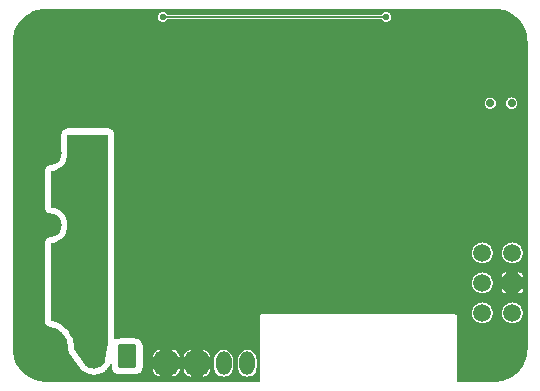
<source format=gbl>
G04*
G04 #@! TF.GenerationSoftware,Altium Limited,Altium Designer,20.1.8 (145)*
G04*
G04 Layer_Physical_Order=2*
G04 Layer_Color=16711680*
%FSAX44Y44*%
%MOMM*%
G71*
G04*
G04 #@! TF.SameCoordinates,BC819849-6B9C-4E92-9E7B-26ABC9CEBC8F*
G04*
G04*
G04 #@! TF.FilePolarity,Positive*
G04*
G01*
G75*
%ADD13C,0.1270*%
%ADD22C,1.0000*%
%ADD60C,1.5000*%
G04:AMPARAMS|DCode=61|XSize=1.5mm|YSize=1.5mm|CornerRadius=0.15mm|HoleSize=0mm|Usage=FLASHONLY|Rotation=180.000|XOffset=0mm|YOffset=0mm|HoleType=Round|Shape=RoundedRectangle|*
%AMROUNDEDRECTD61*
21,1,1.5000,1.2000,0,0,180.0*
21,1,1.2000,1.5000,0,0,180.0*
1,1,0.3000,-0.6000,0.6000*
1,1,0.3000,0.6000,0.6000*
1,1,0.3000,0.6000,-0.6000*
1,1,0.3000,-0.6000,-0.6000*
%
%ADD61ROUNDEDRECTD61*%
%ADD68C,0.7000*%
%ADD69C,3.8000*%
%ADD70C,0.6700*%
G04:AMPARAMS|DCode=71|XSize=1.3mm|YSize=2mm|CornerRadius=0.65mm|HoleSize=0mm|Usage=FLASHONLY|Rotation=0.000|XOffset=0mm|YOffset=0mm|HoleType=Round|Shape=RoundedRectangle|*
%AMROUNDEDRECTD71*
21,1,1.3000,0.7000,0,0,0.0*
21,1,0.0000,2.0000,0,0,0.0*
1,1,1.3000,0.0000,-0.3500*
1,1,1.3000,0.0000,-0.3500*
1,1,1.3000,0.0000,0.3500*
1,1,1.3000,0.0000,0.3500*
%
%ADD71ROUNDEDRECTD71*%
G04:AMPARAMS|DCode=72|XSize=2mm|YSize=2mm|CornerRadius=0.5mm|HoleSize=0mm|Usage=FLASHONLY|Rotation=0.000|XOffset=0mm|YOffset=0mm|HoleType=Round|Shape=RoundedRectangle|*
%AMROUNDEDRECTD72*
21,1,2.0000,1.0000,0,0,0.0*
21,1,1.0000,2.0000,0,0,0.0*
1,1,1.0000,0.5000,-0.5000*
1,1,1.0000,-0.5000,-0.5000*
1,1,1.0000,-0.5000,0.5000*
1,1,1.0000,0.5000,0.5000*
%
%ADD72ROUNDEDRECTD72*%
G04:AMPARAMS|DCode=73|XSize=1.6mm|YSize=2mm|CornerRadius=0.16mm|HoleSize=0mm|Usage=FLASHONLY|Rotation=0.000|XOffset=0mm|YOffset=0mm|HoleType=Round|Shape=RoundedRectangle|*
%AMROUNDEDRECTD73*
21,1,1.6000,1.6800,0,0,0.0*
21,1,1.2800,2.0000,0,0,0.0*
1,1,0.3200,0.6400,-0.8400*
1,1,0.3200,-0.6400,-0.8400*
1,1,0.3200,-0.6400,0.8400*
1,1,0.3200,0.6400,0.8400*
%
%ADD73ROUNDEDRECTD73*%
%ADD74C,1.8000*%
%ADD75O,4.0000X2.0000*%
%ADD76C,0.6600*%
%ADD77C,0.5600*%
G36*
X00412187Y00317783D02*
X00414360Y00317526D01*
X00416506Y00317099D01*
X00418612Y00316505D01*
X00420665Y00315748D01*
X00422652Y00314832D01*
X00424562Y00313762D01*
X00426381Y00312547D01*
X00428100Y00311192D01*
X00429706Y00309706D01*
X00431192Y00308099D01*
X00432547Y00306381D01*
X00433762Y00304562D01*
X00434832Y00302652D01*
X00435748Y00300665D01*
X00436505Y00298612D01*
X00437099Y00296506D01*
X00437526Y00294360D01*
X00437783Y00292187D01*
X00437820Y00291262D01*
X00437855Y00290000D01*
X00437855Y00290000D01*
X00437855Y00288761D01*
Y00030000D01*
X00437866Y00029915D01*
X00437783Y00027813D01*
X00437526Y00025640D01*
X00437099Y00023494D01*
X00436505Y00021388D01*
X00435748Y00019335D01*
X00434832Y00017348D01*
X00433762Y00015438D01*
X00432547Y00013619D01*
X00431192Y00011901D01*
X00429706Y00010294D01*
X00428100Y00008808D01*
X00426381Y00007454D01*
X00424562Y00006238D01*
X00422652Y00005168D01*
X00420665Y00004252D01*
X00418612Y00003495D01*
X00416506Y00002901D01*
X00414360Y00002474D01*
X00412187Y00002217D01*
X00411261Y00002181D01*
X00410000Y00002145D01*
X00410000Y00002145D01*
X00408752Y00002145D01*
X00378217D01*
Y00057227D01*
X00378148Y00057749D01*
X00377947Y00058236D01*
X00377626Y00058653D01*
X00377208Y00058974D01*
X00376722Y00059175D01*
X00376200Y00059244D01*
X00213121D01*
X00212599Y00059175D01*
X00212113Y00058974D01*
X00211695Y00058653D01*
X00211375Y00058236D01*
X00211173Y00057749D01*
X00211104Y00057227D01*
Y00002145D01*
X00030000D01*
X00029915Y00002134D01*
X00027813Y00002217D01*
X00025640Y00002474D01*
X00023494Y00002901D01*
X00021388Y00003495D01*
X00019335Y00004252D01*
X00017348Y00005168D01*
X00015438Y00006238D01*
X00013619Y00007453D01*
X00011901Y00008808D01*
X00010294Y00010294D01*
X00008808Y00011901D01*
X00007454Y00013619D01*
X00006238Y00015438D01*
X00005168Y00017348D01*
X00004252Y00019335D01*
X00003495Y00021388D01*
X00002901Y00023494D01*
X00002474Y00025640D01*
X00002217Y00027813D01*
X00002134Y00029915D01*
X00002145Y00030000D01*
Y00290369D01*
X00002217Y00292187D01*
X00002474Y00294360D01*
X00002901Y00296506D01*
X00003495Y00298612D01*
X00004252Y00300665D01*
X00005168Y00302652D01*
X00006238Y00304562D01*
X00007453Y00306381D01*
X00008808Y00308099D01*
X00010294Y00309706D01*
X00011901Y00311192D01*
X00013619Y00312547D01*
X00015438Y00313762D01*
X00017348Y00314832D01*
X00019335Y00315748D01*
X00021388Y00316505D01*
X00023494Y00317099D01*
X00025640Y00317526D01*
X00027813Y00317783D01*
X00029915Y00317866D01*
X00030000Y00317855D01*
X00410000D01*
X00410084Y00317866D01*
X00412187Y00317783D01*
D02*
G37*
%LPC*%
G36*
X00318314Y00315070D02*
X00317516Y00314991D01*
X00316749Y00314758D01*
X00316042Y00314380D01*
X00315422Y00313872D01*
X00314914Y00313252D01*
X00314727Y00312901D01*
X00132740Y00312901D01*
X00132552Y00313252D01*
X00132044Y00313872D01*
X00131424Y00314380D01*
X00130717Y00314758D01*
X00129950Y00314991D01*
X00129152Y00315070D01*
X00128354Y00314991D01*
X00127587Y00314758D01*
X00126880Y00314380D01*
X00126260Y00313872D01*
X00125752Y00313252D01*
X00125374Y00312545D01*
X00125141Y00311778D01*
X00125062Y00310980D01*
X00125141Y00310182D01*
X00125374Y00309415D01*
X00125752Y00308708D01*
X00126260Y00308088D01*
X00126880Y00307579D01*
X00127587Y00307201D01*
X00128354Y00306969D01*
X00129152Y00306890D01*
X00129950Y00306969D01*
X00130717Y00307201D01*
X00131424Y00307579D01*
X00132044Y00308088D01*
X00132552Y00308708D01*
X00132740Y00309058D01*
X00314727Y00309058D01*
X00314914Y00308708D01*
X00315422Y00308088D01*
X00316042Y00307579D01*
X00316749Y00307201D01*
X00317516Y00306969D01*
X00318314Y00306890D01*
X00319112Y00306969D01*
X00319879Y00307201D01*
X00320587Y00307579D01*
X00321206Y00308088D01*
X00321715Y00308708D01*
X00322093Y00309415D01*
X00322325Y00310182D01*
X00322404Y00310980D01*
X00322325Y00311778D01*
X00322093Y00312545D01*
X00321715Y00313252D01*
X00321206Y00313872D01*
X00320587Y00314380D01*
X00319879Y00314758D01*
X00319112Y00314991D01*
X00318314Y00315070D01*
D02*
G37*
G36*
X00145760Y00283670D02*
X00144780Y00283574D01*
X00143838Y00283288D01*
X00142969Y00282824D01*
X00142208Y00282199D01*
X00141583Y00281437D01*
X00141119Y00280569D01*
X00140833Y00279626D01*
X00140736Y00278646D01*
X00140833Y00277666D01*
X00141119Y00276723D01*
X00141583Y00275855D01*
X00142208Y00275093D01*
X00142969Y00274469D01*
X00143838Y00274004D01*
X00144780Y00273718D01*
X00145760Y00273622D01*
X00146741Y00273718D01*
X00147683Y00274004D01*
X00148552Y00274469D01*
X00149313Y00275093D01*
X00149938Y00275855D01*
X00150402Y00276723D01*
X00150688Y00277666D01*
X00150785Y00278646D01*
X00150688Y00279626D01*
X00150402Y00280569D01*
X00149938Y00281437D01*
X00149313Y00282199D01*
X00148552Y00282824D01*
X00147683Y00283288D01*
X00146741Y00283574D01*
X00145760Y00283670D01*
D02*
G37*
G36*
X00424384Y00242793D02*
X00423449Y00242701D01*
X00422550Y00242428D01*
X00421721Y00241985D01*
X00420995Y00241389D01*
X00420399Y00240663D01*
X00419956Y00239834D01*
X00419683Y00238935D01*
X00419591Y00238000D01*
X00419683Y00237065D01*
X00419956Y00236166D01*
X00420399Y00235337D01*
X00420995Y00234611D01*
X00421721Y00234015D01*
X00422550Y00233572D01*
X00423449Y00233299D01*
X00424384Y00233207D01*
X00425319Y00233299D01*
X00426218Y00233572D01*
X00427047Y00234015D01*
X00427773Y00234611D01*
X00428369Y00235337D01*
X00428812Y00236166D01*
X00429085Y00237065D01*
X00429177Y00238000D01*
X00429085Y00238935D01*
X00428812Y00239834D01*
X00428369Y00240663D01*
X00427773Y00241389D01*
X00427047Y00241985D01*
X00426218Y00242428D01*
X00425319Y00242701D01*
X00424384Y00242793D01*
D02*
G37*
G36*
X00406384D02*
X00405449Y00242701D01*
X00404550Y00242428D01*
X00403721Y00241985D01*
X00402995Y00241389D01*
X00402399Y00240663D01*
X00401956Y00239834D01*
X00401683Y00238935D01*
X00401591Y00238000D01*
X00401683Y00237065D01*
X00401956Y00236166D01*
X00402399Y00235337D01*
X00402995Y00234611D01*
X00403721Y00234015D01*
X00404550Y00233572D01*
X00405449Y00233299D01*
X00406384Y00233207D01*
X00407319Y00233299D01*
X00408218Y00233572D01*
X00409047Y00234015D01*
X00409773Y00234611D01*
X00410369Y00235337D01*
X00410812Y00236166D01*
X00411085Y00237065D01*
X00411177Y00238000D01*
X00411085Y00238935D01*
X00410812Y00239834D01*
X00410369Y00240663D01*
X00409773Y00241389D01*
X00409047Y00241985D01*
X00408218Y00242428D01*
X00407319Y00242701D01*
X00406384Y00242793D01*
D02*
G37*
G36*
X00425066Y00120021D02*
X00423919Y00119946D01*
X00422791Y00119721D01*
X00421703Y00119352D01*
X00420672Y00118843D01*
X00419716Y00118205D01*
X00418851Y00117447D01*
X00418093Y00116582D01*
X00417455Y00115626D01*
X00416946Y00114595D01*
X00416577Y00113507D01*
X00416352Y00112379D01*
X00416277Y00111232D01*
X00416352Y00110085D01*
X00416577Y00108957D01*
X00416946Y00107869D01*
X00417455Y00106838D01*
X00418093Y00105882D01*
X00418851Y00105017D01*
X00419716Y00104259D01*
X00420672Y00103621D01*
X00421703Y00103112D01*
X00422791Y00102743D01*
X00423919Y00102518D01*
X00425066Y00102443D01*
X00426213Y00102518D01*
X00427341Y00102743D01*
X00428429Y00103112D01*
X00429460Y00103621D01*
X00430416Y00104259D01*
X00431281Y00105017D01*
X00432039Y00105882D01*
X00432677Y00106838D01*
X00433186Y00107869D01*
X00433555Y00108957D01*
X00433780Y00110085D01*
X00433855Y00111232D01*
X00433780Y00112379D01*
X00433555Y00113507D01*
X00433186Y00114595D01*
X00432677Y00115626D01*
X00432039Y00116582D01*
X00431281Y00117447D01*
X00430416Y00118205D01*
X00429460Y00118843D01*
X00428429Y00119352D01*
X00427341Y00119721D01*
X00426213Y00119946D01*
X00425066Y00120021D01*
D02*
G37*
G36*
X00399666D02*
X00398519Y00119946D01*
X00397391Y00119721D01*
X00396303Y00119352D01*
X00395272Y00118843D01*
X00394316Y00118205D01*
X00393451Y00117447D01*
X00392693Y00116582D01*
X00392055Y00115626D01*
X00391546Y00114595D01*
X00391177Y00113507D01*
X00390952Y00112379D01*
X00390877Y00111232D01*
X00390952Y00110085D01*
X00391177Y00108957D01*
X00391546Y00107869D01*
X00392055Y00106838D01*
X00392693Y00105882D01*
X00393451Y00105017D01*
X00394316Y00104259D01*
X00395272Y00103621D01*
X00396303Y00103112D01*
X00397391Y00102743D01*
X00398519Y00102518D01*
X00399666Y00102443D01*
X00400813Y00102518D01*
X00401941Y00102743D01*
X00403029Y00103112D01*
X00404060Y00103621D01*
X00405016Y00104259D01*
X00405881Y00105017D01*
X00406639Y00105882D01*
X00407277Y00106838D01*
X00407786Y00107869D01*
X00408155Y00108957D01*
X00408380Y00110085D01*
X00408455Y00111232D01*
X00408380Y00112379D01*
X00408155Y00113507D01*
X00407786Y00114595D01*
X00407277Y00115626D01*
X00406639Y00116582D01*
X00405881Y00117447D01*
X00405016Y00118205D01*
X00404060Y00118843D01*
X00403029Y00119352D01*
X00401941Y00119721D01*
X00400813Y00119946D01*
X00399666Y00120021D01*
D02*
G37*
G36*
X00431066Y00094626D02*
X00430146D01*
Y00090912D01*
X00433860D01*
Y00091832D01*
X00433765Y00092555D01*
X00433486Y00093229D01*
X00433042Y00093808D01*
X00432463Y00094252D01*
X00431789Y00094531D01*
X00431066Y00094626D01*
D02*
G37*
G36*
X00419986D02*
X00419066D01*
X00418343Y00094531D01*
X00417669Y00094252D01*
X00417090Y00093808D01*
X00416646Y00093229D01*
X00416367Y00092555D01*
X00416272Y00091832D01*
Y00090912D01*
X00419986D01*
Y00094626D01*
D02*
G37*
G36*
X00399666Y00094621D02*
X00398519Y00094546D01*
X00397391Y00094321D01*
X00396303Y00093952D01*
X00395272Y00093443D01*
X00394316Y00092805D01*
X00393451Y00092047D01*
X00392693Y00091182D01*
X00392055Y00090226D01*
X00391546Y00089195D01*
X00391177Y00088107D01*
X00390952Y00086979D01*
X00390877Y00085832D01*
X00390952Y00084685D01*
X00391177Y00083557D01*
X00391546Y00082469D01*
X00392055Y00081438D01*
X00392693Y00080482D01*
X00393451Y00079617D01*
X00394316Y00078859D01*
X00395272Y00078221D01*
X00396303Y00077712D01*
X00397391Y00077343D01*
X00398519Y00077118D01*
X00399666Y00077043D01*
X00400813Y00077118D01*
X00401941Y00077343D01*
X00403029Y00077712D01*
X00404060Y00078221D01*
X00405016Y00078859D01*
X00405881Y00079617D01*
X00406639Y00080482D01*
X00407277Y00081438D01*
X00407786Y00082469D01*
X00408155Y00083557D01*
X00408380Y00084685D01*
X00408455Y00085832D01*
X00408380Y00086979D01*
X00408155Y00088107D01*
X00407786Y00089195D01*
X00407277Y00090226D01*
X00406639Y00091182D01*
X00405881Y00092047D01*
X00405016Y00092805D01*
X00404060Y00093443D01*
X00403029Y00093952D01*
X00401941Y00094321D01*
X00400813Y00094546D01*
X00399666Y00094621D01*
D02*
G37*
G36*
X00433860Y00080752D02*
X00430146D01*
Y00077038D01*
X00431066D01*
X00431789Y00077133D01*
X00432463Y00077412D01*
X00433042Y00077856D01*
X00433486Y00078435D01*
X00433765Y00079109D01*
X00433860Y00079832D01*
Y00080752D01*
D02*
G37*
G36*
X00419986D02*
X00416272D01*
Y00079832D01*
X00416367Y00079109D01*
X00416646Y00078435D01*
X00417090Y00077856D01*
X00417669Y00077412D01*
X00418343Y00077133D01*
X00419066Y00077038D01*
X00419986D01*
Y00080752D01*
D02*
G37*
G36*
X00425066Y00069221D02*
X00423919Y00069146D01*
X00422791Y00068921D01*
X00421703Y00068552D01*
X00420672Y00068043D01*
X00419716Y00067405D01*
X00418851Y00066647D01*
X00418093Y00065782D01*
X00417455Y00064826D01*
X00416946Y00063795D01*
X00416577Y00062707D01*
X00416352Y00061579D01*
X00416277Y00060432D01*
X00416352Y00059285D01*
X00416577Y00058157D01*
X00416946Y00057069D01*
X00417455Y00056038D01*
X00418093Y00055082D01*
X00418851Y00054217D01*
X00419716Y00053459D01*
X00420672Y00052821D01*
X00421703Y00052312D01*
X00422791Y00051943D01*
X00423919Y00051718D01*
X00425066Y00051643D01*
X00426213Y00051718D01*
X00427341Y00051943D01*
X00428429Y00052312D01*
X00429460Y00052821D01*
X00430416Y00053459D01*
X00431281Y00054217D01*
X00432039Y00055082D01*
X00432677Y00056038D01*
X00433186Y00057069D01*
X00433555Y00058157D01*
X00433780Y00059285D01*
X00433855Y00060432D01*
X00433780Y00061579D01*
X00433555Y00062707D01*
X00433186Y00063795D01*
X00432677Y00064826D01*
X00432039Y00065782D01*
X00431281Y00066647D01*
X00430416Y00067405D01*
X00429460Y00068043D01*
X00428429Y00068552D01*
X00427341Y00068921D01*
X00426213Y00069146D01*
X00425066Y00069221D01*
D02*
G37*
G36*
X00399666D02*
X00398519Y00069146D01*
X00397391Y00068921D01*
X00396303Y00068552D01*
X00395272Y00068043D01*
X00394316Y00067405D01*
X00393451Y00066647D01*
X00392693Y00065782D01*
X00392055Y00064826D01*
X00391546Y00063795D01*
X00391177Y00062707D01*
X00390952Y00061579D01*
X00390877Y00060432D01*
X00390952Y00059285D01*
X00391177Y00058157D01*
X00391546Y00057069D01*
X00392055Y00056038D01*
X00392693Y00055082D01*
X00393451Y00054217D01*
X00394316Y00053459D01*
X00395272Y00052821D01*
X00396303Y00052312D01*
X00397391Y00051943D01*
X00398519Y00051718D01*
X00399666Y00051643D01*
X00400813Y00051718D01*
X00401941Y00051943D01*
X00403029Y00052312D01*
X00404060Y00052821D01*
X00405016Y00053459D01*
X00405881Y00054217D01*
X00406639Y00055082D01*
X00407277Y00056038D01*
X00407786Y00057069D01*
X00408155Y00058157D01*
X00408380Y00059285D01*
X00408455Y00060432D01*
X00408380Y00061579D01*
X00408155Y00062707D01*
X00407786Y00063795D01*
X00407277Y00064826D01*
X00406639Y00065782D01*
X00405881Y00066647D01*
X00405016Y00067405D01*
X00404060Y00068043D01*
X00403029Y00068552D01*
X00401941Y00068921D01*
X00400813Y00069146D01*
X00399666Y00069221D01*
D02*
G37*
G36*
X00137140Y00029287D02*
Y00023084D01*
X00143343D01*
X00143272Y00023988D01*
X00143042Y00024948D01*
X00142664Y00025859D01*
X00142148Y00026701D01*
X00141507Y00027451D01*
X00140757Y00028092D01*
X00139915Y00028608D01*
X00139004Y00028986D01*
X00138044Y00029216D01*
X00137140Y00029287D01*
D02*
G37*
G36*
X00126980D02*
X00126076Y00029216D01*
X00125117Y00028986D01*
X00124205Y00028608D01*
X00123363Y00028092D01*
X00122613Y00027451D01*
X00121972Y00026701D01*
X00121456Y00025859D01*
X00121078Y00024948D01*
X00120848Y00023988D01*
X00120777Y00023084D01*
X00126980D01*
Y00029287D01*
D02*
G37*
G36*
X00163048Y00029033D02*
Y00022830D01*
X00169251D01*
X00169180Y00023734D01*
X00168950Y00024694D01*
X00168572Y00025605D01*
X00168056Y00026447D01*
X00167415Y00027197D01*
X00166665Y00027838D01*
X00165823Y00028354D01*
X00164912Y00028732D01*
X00163952Y00028962D01*
X00163048Y00029033D01*
D02*
G37*
G36*
X00152888D02*
X00151984Y00028962D01*
X00151025Y00028732D01*
X00150113Y00028354D01*
X00149271Y00027838D01*
X00148521Y00027197D01*
X00147880Y00026447D01*
X00147364Y00025605D01*
X00146986Y00024694D01*
X00146756Y00023734D01*
X00146685Y00022830D01*
X00152888D01*
Y00029033D01*
D02*
G37*
G36*
X00083038Y00216486D02*
X00048362D01*
X00047366Y00216388D01*
X00046409Y00216098D01*
X00045526Y00215626D01*
X00044752Y00214991D01*
X00044118Y00214218D01*
X00043646Y00213335D01*
X00043355Y00212378D01*
X00043257Y00211382D01*
Y00195789D01*
X00043257Y00195788D01*
X00043178Y00194383D01*
X00042991Y00193279D01*
X00042681Y00192202D01*
X00042252Y00191167D01*
X00041710Y00190187D01*
X00041061Y00189273D01*
X00040315Y00188437D01*
X00039479Y00187691D01*
X00038565Y00187042D01*
X00037585Y00186500D01*
X00036550Y00186072D01*
X00035473Y00185761D01*
X00034369Y00185574D01*
X00034082Y00185558D01*
X00033728Y00185503D01*
X00033372Y00185467D01*
X00033235Y00185426D01*
X00033093Y00185404D01*
X00032757Y00185281D01*
X00032415Y00185177D01*
X00032288Y00185109D01*
X00032153Y00185060D01*
X00031848Y00184874D01*
X00031532Y00184705D01*
X00031421Y00184614D01*
X00031299Y00184540D01*
X00031035Y00184298D01*
X00030759Y00184070D01*
X00030668Y00183960D01*
X00030562Y00183862D01*
X00030351Y00183574D01*
X00030124Y00183297D01*
X00030056Y00183170D01*
X00029971Y00183055D01*
X00029821Y00182730D01*
X00029652Y00182414D01*
X00029610Y00182277D01*
X00029550Y00182147D01*
X00029465Y00181800D01*
X00029362Y00181457D01*
X00029348Y00181314D01*
X00029314Y00181175D01*
X00029299Y00180817D01*
X00029264Y00180461D01*
Y00149545D01*
X00029299Y00149189D01*
X00029314Y00148832D01*
X00029348Y00148692D01*
X00029362Y00148549D01*
X00029465Y00148207D01*
X00029550Y00147859D01*
X00029610Y00147729D01*
X00029652Y00147592D01*
X00029821Y00147276D01*
X00029971Y00146952D01*
X00030056Y00146836D01*
X00030124Y00146709D01*
X00030351Y00146433D01*
X00030562Y00146144D01*
X00030668Y00146046D01*
X00030759Y00145936D01*
X00031035Y00145709D01*
X00031299Y00145466D01*
X00031421Y00145392D01*
X00031532Y00145301D01*
X00031848Y00145132D01*
X00032153Y00144946D01*
X00032288Y00144897D01*
X00032415Y00144829D01*
X00032757Y00144725D01*
X00033093Y00144602D01*
X00033235Y00144580D01*
X00033372Y00144539D01*
X00033728Y00144504D01*
X00034082Y00144449D01*
X00034369Y00144432D01*
X00035473Y00144245D01*
X00036550Y00143935D01*
X00037585Y00143506D01*
X00038565Y00142964D01*
X00039479Y00142316D01*
X00040315Y00141569D01*
X00041061Y00140733D01*
X00041710Y00139820D01*
X00042252Y00138839D01*
X00042681Y00137804D01*
X00042991Y00136727D01*
X00043178Y00135623D01*
X00043241Y00134504D01*
X00043178Y00133385D01*
X00042991Y00132281D01*
X00042681Y00131204D01*
X00042252Y00130169D01*
X00041710Y00129189D01*
X00041061Y00128275D01*
X00040315Y00127439D01*
X00039479Y00126693D01*
X00038565Y00126044D01*
X00037585Y00125503D01*
X00036550Y00125074D01*
X00035473Y00124763D01*
X00034369Y00124576D01*
X00034082Y00124560D01*
X00033728Y00124505D01*
X00033372Y00124470D01*
X00033235Y00124428D01*
X00033093Y00124406D01*
X00032757Y00124283D01*
X00032415Y00124179D01*
X00032288Y00124112D01*
X00032153Y00124062D01*
X00031848Y00123876D01*
X00031532Y00123708D01*
X00031421Y00123616D01*
X00031299Y00123542D01*
X00031035Y00123300D01*
X00030759Y00123073D01*
X00030668Y00122962D01*
X00030562Y00122865D01*
X00030351Y00122576D01*
X00030124Y00122299D01*
X00030056Y00122173D01*
X00029971Y00122057D01*
X00029821Y00121732D01*
X00029652Y00121417D01*
X00029610Y00121279D01*
X00029550Y00121149D01*
X00029465Y00120802D01*
X00029362Y00120459D01*
X00029348Y00120316D01*
X00029314Y00120177D01*
X00029299Y00119819D01*
X00029264Y00119463D01*
Y00053696D01*
X00029307Y00053254D01*
X00029341Y00052810D01*
X00029356Y00052756D01*
X00029362Y00052700D01*
X00029490Y00052276D01*
X00029611Y00051846D01*
X00029636Y00051796D01*
X00029652Y00051743D01*
X00029861Y00051351D01*
X00030063Y00050954D01*
X00030097Y00050910D01*
X00030124Y00050860D01*
X00030406Y00050516D01*
X00030681Y00050166D01*
X00030723Y00050130D01*
X00030759Y00050087D01*
X00031103Y00049804D01*
X00031440Y00049515D01*
X00031489Y00049488D01*
X00031532Y00049452D01*
X00031925Y00049242D01*
X00032312Y00049024D01*
X00032365Y00049007D01*
X00032415Y00048980D01*
X00032840Y00048851D01*
X00033263Y00048713D01*
X00034916Y00048346D01*
X00036496Y00047848D01*
X00038027Y00047214D01*
X00039497Y00046449D01*
X00040894Y00045559D01*
X00042209Y00044550D01*
X00043430Y00043430D01*
X00044550Y00042209D01*
X00045559Y00040894D01*
X00046449Y00039497D01*
X00047214Y00038027D01*
X00047848Y00036496D01*
X00048346Y00034916D01*
X00048705Y00033298D01*
X00048921Y00031655D01*
X00048994Y00030000D01*
X00048983Y00029764D01*
X00048991Y00029621D01*
X00048979Y00029479D01*
X00049018Y00029123D01*
X00049038Y00028765D01*
X00049073Y00028626D01*
X00049089Y00028484D01*
X00049197Y00028142D01*
X00049286Y00027795D01*
X00049348Y00027667D01*
X00049391Y00027530D01*
X00049564Y00027216D01*
X00049719Y00026893D01*
X00049805Y00026779D01*
X00049874Y00026654D01*
X00058705Y00013781D01*
X00058921Y00013523D01*
X00059121Y00013252D01*
X00059580Y00012742D01*
X00059830Y00012514D01*
X00060065Y00012271D01*
X00061111Y00011381D01*
X00061389Y00011188D01*
X00061654Y00010978D01*
X00062808Y00010234D01*
X00063109Y00010080D01*
X00063400Y00009906D01*
X00064642Y00009322D01*
X00064961Y00009208D01*
X00065272Y00009075D01*
X00066581Y00008660D01*
X00066912Y00008589D01*
X00067237Y00008498D01*
X00068590Y00008260D01*
X00068927Y00008234D01*
X00069262Y00008187D01*
X00070634Y00008129D01*
X00070971Y00008148D01*
X00071310Y00008145D01*
X00072677Y00008269D01*
X00073009Y00008333D01*
X00073345Y00008375D01*
X00074684Y00008679D01*
X00075005Y00008786D01*
X00075332Y00008872D01*
X00076619Y00009350D01*
X00076924Y00009498D01*
X00077236Y00009627D01*
X00078449Y00010271D01*
X00078731Y00010458D01*
X00079024Y00010627D01*
X00080141Y00011426D01*
X00080395Y00011649D01*
X00080664Y00011855D01*
X00081665Y00012794D01*
X00081888Y00013049D01*
X00082127Y00013289D01*
X00082995Y00014352D01*
X00083182Y00014634D01*
X00083387Y00014903D01*
X00084107Y00016072D01*
X00084256Y00016376D01*
X00084423Y00016670D01*
X00084721Y00017339D01*
X00085991Y00017068D01*
Y00015192D01*
X00086074Y00014144D01*
X00086319Y00013121D01*
X00086722Y00012150D01*
X00087271Y00011253D01*
X00087954Y00010454D01*
X00088753Y00009771D01*
X00089650Y00009222D01*
X00090621Y00008819D01*
X00091644Y00008574D01*
X00092692Y00008491D01*
X00105492D01*
X00106540Y00008574D01*
X00107563Y00008819D01*
X00108534Y00009222D01*
X00109431Y00009771D01*
X00110230Y00010454D01*
X00110913Y00011253D01*
X00111462Y00012150D01*
X00111865Y00013121D01*
X00112110Y00014144D01*
X00112193Y00015192D01*
Y00031992D01*
X00112110Y00033040D01*
X00111865Y00034063D01*
X00111462Y00035034D01*
X00110913Y00035931D01*
X00110230Y00036730D01*
X00109431Y00037413D01*
X00108534Y00037962D01*
X00107563Y00038365D01*
X00106540Y00038610D01*
X00105492Y00038693D01*
X00092692D01*
X00091644Y00038610D01*
X00090621Y00038365D01*
X00089650Y00037962D01*
X00089412Y00037817D01*
X00088142Y00038528D01*
X00088142Y00211382D01*
X00088044Y00212378D01*
X00087754Y00213335D01*
X00087282Y00214218D01*
X00086647Y00214991D01*
X00085874Y00215626D01*
X00084991Y00216098D01*
X00084034Y00216388D01*
X00083038Y00216486D01*
D02*
G37*
G36*
X00143343Y00012924D02*
X00137140D01*
Y00006721D01*
X00138044Y00006792D01*
X00139004Y00007023D01*
X00139915Y00007400D01*
X00140757Y00007916D01*
X00141507Y00008557D01*
X00142148Y00009307D01*
X00142664Y00010149D01*
X00143042Y00011061D01*
X00143272Y00012020D01*
X00143343Y00012924D01*
D02*
G37*
G36*
X00126980D02*
X00120777D01*
X00120848Y00012020D01*
X00121078Y00011061D01*
X00121456Y00010149D01*
X00121972Y00009307D01*
X00122613Y00008557D01*
X00123363Y00007916D01*
X00124205Y00007400D01*
X00125117Y00007023D01*
X00126076Y00006792D01*
X00126980Y00006721D01*
Y00012924D01*
D02*
G37*
G36*
X00169251Y00012670D02*
X00163048D01*
Y00006467D01*
X00163952Y00006538D01*
X00164912Y00006769D01*
X00165823Y00007146D01*
X00166665Y00007662D01*
X00167415Y00008303D01*
X00168056Y00009053D01*
X00168572Y00009895D01*
X00168950Y00010806D01*
X00169180Y00011766D01*
X00169251Y00012670D01*
D02*
G37*
G36*
X00152888D02*
X00146685D01*
X00146756Y00011766D01*
X00146986Y00010806D01*
X00147364Y00009895D01*
X00147880Y00009053D01*
X00148521Y00008303D01*
X00149271Y00007662D01*
X00150113Y00007146D01*
X00151025Y00006769D01*
X00151984Y00006538D01*
X00152888Y00006467D01*
Y00012670D01*
D02*
G37*
G36*
X00200640Y00029044D02*
X00199421Y00028948D01*
X00198232Y00028663D01*
X00197102Y00028195D01*
X00196059Y00027556D01*
X00195129Y00026761D01*
X00194335Y00025831D01*
X00193696Y00024788D01*
X00193228Y00023659D01*
X00192942Y00022469D01*
X00192846Y00021250D01*
Y00014250D01*
X00192942Y00013031D01*
X00193228Y00011842D01*
X00193696Y00010712D01*
X00194335Y00009669D01*
X00195129Y00008739D01*
X00196059Y00007944D01*
X00197102Y00007305D01*
X00198232Y00006837D01*
X00199421Y00006552D01*
X00200640Y00006456D01*
X00201859Y00006552D01*
X00203048Y00006837D01*
X00204178Y00007305D01*
X00205221Y00007944D01*
X00206151Y00008739D01*
X00206945Y00009669D01*
X00207584Y00010712D01*
X00208053Y00011842D01*
X00208338Y00013031D01*
X00208434Y00014250D01*
Y00021250D01*
X00208338Y00022469D01*
X00208053Y00023659D01*
X00207584Y00024788D01*
X00206945Y00025831D01*
X00206151Y00026761D01*
X00205221Y00027556D01*
X00204178Y00028195D01*
X00203048Y00028663D01*
X00201859Y00028948D01*
X00200640Y00029044D01*
D02*
G37*
G36*
X00180524D02*
X00179305Y00028948D01*
X00178116Y00028663D01*
X00176986Y00028195D01*
X00175943Y00027556D01*
X00175013Y00026761D01*
X00174219Y00025831D01*
X00173580Y00024788D01*
X00173111Y00023659D01*
X00172826Y00022469D01*
X00172730Y00021250D01*
Y00014250D01*
X00172826Y00013031D01*
X00173111Y00011842D01*
X00173580Y00010712D01*
X00174219Y00009669D01*
X00175013Y00008739D01*
X00175943Y00007944D01*
X00176986Y00007305D01*
X00178116Y00006837D01*
X00179305Y00006552D01*
X00180524Y00006456D01*
X00181743Y00006552D01*
X00182932Y00006837D01*
X00184062Y00007305D01*
X00185105Y00007944D01*
X00186035Y00008739D01*
X00186829Y00009669D01*
X00187468Y00010712D01*
X00187937Y00011842D01*
X00188222Y00013031D01*
X00188318Y00014250D01*
Y00021250D01*
X00188222Y00022469D01*
X00187937Y00023659D01*
X00187468Y00024788D01*
X00186829Y00025831D01*
X00186035Y00026761D01*
X00185105Y00027556D01*
X00184062Y00028195D01*
X00182932Y00028663D01*
X00181743Y00028948D01*
X00180524Y00029044D01*
D02*
G37*
%LPD*%
G36*
X00083038Y00034778D02*
X00080515Y00020662D01*
X00080515Y00020662D01*
X00080321Y00020004D01*
X00079761Y00018750D01*
X00079041Y00017581D01*
X00078173Y00016517D01*
X00077171Y00015578D01*
X00076055Y00014779D01*
X00074842Y00014135D01*
X00073555Y00013657D01*
X00072216Y00013353D01*
X00070848Y00013229D01*
X00069476Y00013287D01*
X00068124Y00013525D01*
X00066816Y00013941D01*
X00065573Y00014525D01*
X00064419Y00015269D01*
X00063373Y00016158D01*
X00062914Y00016669D01*
X00054083Y00029541D01*
X00054103Y00030000D01*
X00054011Y00032101D01*
X00053737Y00034186D01*
X00053282Y00036238D01*
X00052649Y00038244D01*
X00051845Y00040186D01*
X00050874Y00042052D01*
X00049744Y00043825D01*
X00048464Y00045493D01*
X00047043Y00047043D01*
X00045493Y00048464D01*
X00043825Y00049744D01*
X00042052Y00050874D01*
X00040186Y00051845D01*
X00038244Y00052649D01*
X00036238Y00053282D01*
X00034368Y00053696D01*
Y00119463D01*
X00034941Y00119495D01*
X00036611Y00119779D01*
X00038238Y00120248D01*
X00039803Y00120896D01*
X00041286Y00121715D01*
X00042667Y00122696D01*
X00043930Y00123824D01*
X00045059Y00125087D01*
X00046039Y00126468D01*
X00046858Y00127951D01*
X00047506Y00129516D01*
X00047975Y00131143D01*
X00048259Y00132813D01*
X00048354Y00134504D01*
X00048259Y00136195D01*
X00047975Y00137865D01*
X00047506Y00139493D01*
X00046858Y00141058D01*
X00046039Y00142540D01*
X00045059Y00143921D01*
X00043930Y00145184D01*
X00042667Y00146313D01*
X00041286Y00147293D01*
X00039803Y00148112D01*
X00038238Y00148760D01*
X00036611Y00149229D01*
X00034941Y00149513D01*
X00034368Y00149545D01*
Y00180461D01*
X00034941Y00180493D01*
X00036611Y00180777D01*
X00038238Y00181246D01*
X00039803Y00181894D01*
X00041286Y00182713D01*
X00042667Y00183693D01*
X00043930Y00184822D01*
X00045059Y00186085D01*
X00046039Y00187466D01*
X00046858Y00188949D01*
X00047506Y00190514D01*
X00047975Y00192141D01*
X00048259Y00193811D01*
X00048354Y00195502D01*
X00048362D01*
Y00211382D01*
X00083038D01*
X00083038Y00034778D01*
D02*
G37*
D13*
X00129152Y00310980D02*
X00318314Y00310980D01*
D22*
X00145760Y00278646D02*
D03*
D60*
D03*
X00425066Y00111232D02*
D03*
Y00060432D02*
D03*
X00399666D02*
D03*
Y00085832D02*
D03*
Y00111232D02*
D03*
D61*
X00425066Y00085832D02*
D03*
D68*
X00424384Y00238000D02*
D03*
X00406384D02*
D03*
D69*
X00410000Y00290000D02*
D03*
Y00030000D02*
D03*
X00030000D02*
D03*
Y00290000D02*
D03*
D70*
X00145760Y00278646D02*
D03*
D71*
X00200640Y00017750D02*
D03*
X00180524D02*
D03*
D72*
X00157968D02*
D03*
X00132060Y00018004D02*
D03*
D73*
X00099092Y00023592D02*
D03*
D74*
X00070592D02*
D03*
D75*
X00023250Y00195502D02*
D03*
Y00134504D02*
D03*
X00416750D02*
D03*
Y00195502D02*
D03*
D76*
X00172974Y00254742D02*
D03*
X00203873Y00066967D02*
D03*
X00027412Y00250283D02*
D03*
Y00241976D02*
D03*
Y00233340D02*
D03*
X00175006Y00142631D02*
D03*
X00366432Y00235972D02*
D03*
X00187405Y00254742D02*
D03*
X00180189D02*
D03*
X00194621Y00254996D02*
D03*
X00308430Y00290380D02*
D03*
X00191262Y00261366D02*
D03*
X00372964Y00240520D02*
D03*
X00172000Y00032746D02*
D03*
X00181140D02*
D03*
X00079185Y00207984D02*
D03*
X00135294Y00032746D02*
D03*
X00300549Y00290380D02*
D03*
X00176830Y00261366D02*
D03*
X00292668Y00290380D02*
D03*
X00201300Y00186055D02*
D03*
X00284370Y00290380D02*
D03*
X00276073D02*
D03*
X00215611Y00246868D02*
D03*
X00080618Y00278484D02*
D03*
X00433070Y00238000D02*
D03*
X00055472Y00047780D02*
D03*
X00126117Y00032746D02*
D03*
X00055584Y00190226D02*
D03*
X00063451D02*
D03*
X00071318D02*
D03*
X00079185D02*
D03*
X00055584Y00136449D02*
D03*
X00063451D02*
D03*
X00071318D02*
D03*
X00079185D02*
D03*
X00144470Y00032746D02*
D03*
X00162823D02*
D03*
X00207498Y00246868D02*
D03*
X00078735Y00047780D02*
D03*
X00070981D02*
D03*
X00063226D02*
D03*
X00055472Y00066530D02*
D03*
X00063226D02*
D03*
X00070981D02*
D03*
X00078735D02*
D03*
X00079185Y00119018D02*
D03*
X00071318D02*
D03*
X00063451D02*
D03*
X00055584D02*
D03*
X00063480Y00039350D02*
D03*
X00071234D02*
D03*
X00078989D02*
D03*
X00259478Y00290380D02*
D03*
X00267776D02*
D03*
X00153647Y00032746D02*
D03*
X00071318Y00207984D02*
D03*
X00063451D02*
D03*
X00055584D02*
D03*
X00207498Y00236962D02*
D03*
X00231628Y00237216D02*
D03*
X00215611Y00237000D02*
D03*
X00231628Y00246868D02*
D03*
X00223739Y00237000D02*
D03*
Y00246868D02*
D03*
X00070618Y00278484D02*
D03*
X00060618D02*
D03*
X00184046Y00261366D02*
D03*
X00169615D02*
D03*
X00195156Y00091420D02*
D03*
X00091864Y00278484D02*
D03*
X00100171D02*
D03*
X00108807D02*
D03*
D77*
X00318314Y00310980D02*
D03*
X00129152D02*
D03*
M02*

</source>
